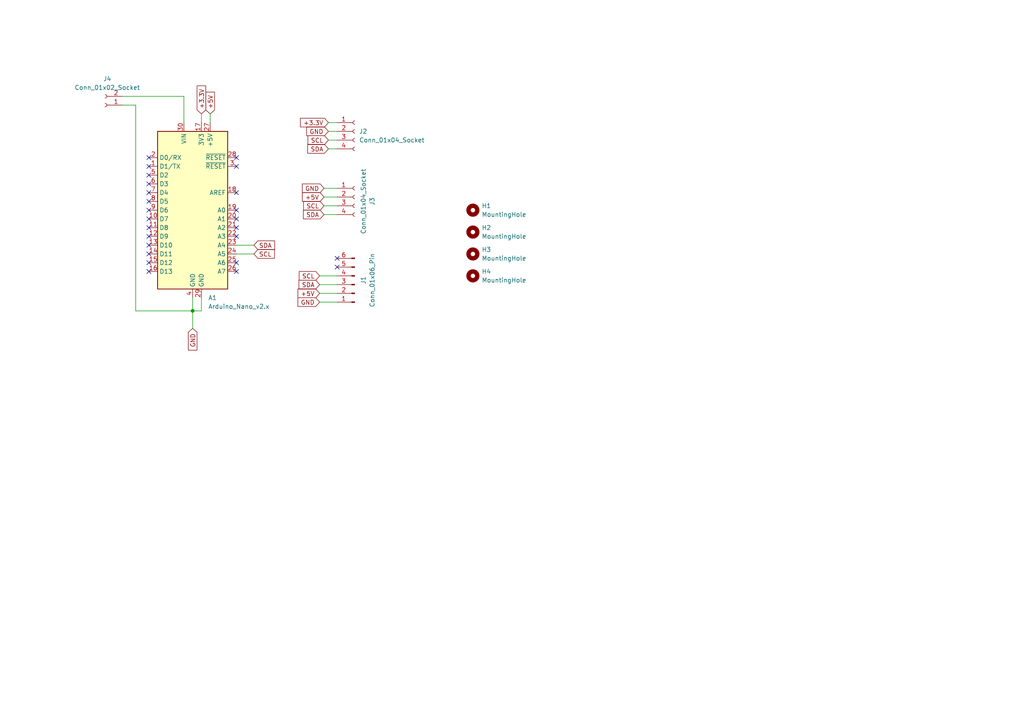
<source format=kicad_sch>
(kicad_sch (version 20230121) (generator eeschema)
  (paper "A4")
  (lib_symbols
    (symbol "Connector:Conn_01x02_Socket" (pin_names (offset 1.016) hide)
      (property "Reference" "J" (at 0 2.54 0))
      (property "Value" "Conn_01x02_Socket" (at 0 -5.08 0))
      (symbol "Conn_01x02_Socket_1_1"
        (arc (start 0 -2.032) (mid -0.5058 -2.54) (end 0 -3.048) (stroke (width 0.1524)))
        (polyline (pts (xy -1.27 -2.54) (xy -0.508 -2.54)) (stroke (width 0.1524)))
        (polyline (pts (xy -1.27 0) (xy -0.508 0)) (stroke (width 0.1524)))
        (arc (start 0 0.508) (mid -0.5058 0) (end 0 -0.508) (stroke (width 0.1524)))
        (pin passive line (at -5.08 0 0) (length 3.81) (name "Pin_1") (number "1"))
        (pin passive line (at -5.08 -2.54 0) (length 3.81) (name "Pin_2") (number "2"))
      )
    )
    (symbol "Connector:Conn_01x04_Socket" (pin_names (offset 1.016) hide)
      (property "Reference" "J" (at 0 5.08 0))
      (property "Value" "Conn_01x04_Socket" (at 0 -7.62 0))
      (symbol "Conn_01x04_Socket_1_1"
        (arc (start 0 -4.572) (mid -0.5058 -5.08) (end 0 -5.588) (stroke (width 0.1524)))
        (arc (start 0 -2.032) (mid -0.5058 -2.54) (end 0 -3.048) (stroke (width 0.1524)))
        (polyline (pts (xy -1.27 -5.08) (xy -0.508 -5.08)) (stroke (width 0.1524)))
        (polyline (pts (xy -1.27 -2.54) (xy -0.508 -2.54)) (stroke (width 0.1524)))
        (polyline (pts (xy -1.27 0) (xy -0.508 0)) (stroke (width 0.1524)))
        (polyline (pts (xy -1.27 2.54) (xy -0.508 2.54)) (stroke (width 0.1524)))
        (arc (start 0 0.508) (mid -0.5058 0) (end 0 -0.508) (stroke (width 0.1524)))
        (arc (start 0 3.048) (mid -0.5058 2.54) (end 0 2.032) (stroke (width 0.1524)))
        (pin passive line (at -5.08 2.54 0) (length 3.81) (name "Pin_1") (number "1"))
        (pin passive line (at -5.08 0 0) (length 3.81) (name "Pin_2") (number "2"))
        (pin passive line (at -5.08 -2.54 0) (length 3.81) (name "Pin_3") (number "3"))
        (pin passive line (at -5.08 -5.08 0) (length 3.81) (name "Pin_4") (number "4"))
      )
    )
    (symbol "Connector:Conn_01x06_Pin" (pin_names (offset 1.016) hide)
      (property "Reference" "J" (at 0 7.62 0))
      (property "Value" "Conn_01x06_Pin" (at 0 -10.16 0))
      (symbol "Conn_01x06_Pin_1_1"
        (polyline (pts (xy 1.27 -7.62) (xy 0.8636 -7.62)) (stroke (width 0.1524)))
        (polyline (pts (xy 1.27 -5.08) (xy 0.8636 -5.08)) (stroke (width 0.1524)))
        (polyline (pts (xy 1.27 -2.54) (xy 0.8636 -2.54)) (stroke (width 0.1524)))
        (polyline (pts (xy 1.27 0) (xy 0.8636 0)) (stroke (width 0.1524)))
        (polyline (pts (xy 1.27 2.54) (xy 0.8636 2.54)) (stroke (width 0.1524)))
        (polyline (pts (xy 1.27 5.08) (xy 0.8636 5.08)) (stroke (width 0.1524)))
        (rectangle (start 0.8636 -7.493) (end 0 -7.747) (stroke (width 0.1524)) (fill (type outline)))
        (rectangle (start 0.8636 -4.953) (end 0 -5.207) (stroke (width 0.1524)) (fill (type outline)))
        (rectangle (start 0.8636 -2.413) (end 0 -2.667) (stroke (width 0.1524)) (fill (type outline)))
        (rectangle (start 0.8636 0.127) (end 0 -0.127) (stroke (width 0.1524)) (fill (type outline)))
        (rectangle (start 0.8636 2.667) (end 0 2.413) (stroke (width 0.1524)) (fill (type outline)))
        (rectangle (start 0.8636 5.207) (end 0 4.953) (stroke (width 0.1524)) (fill (type outline)))
        (pin passive line (at 5.08 5.08 180) (length 3.81) (name "Pin_1") (number "1"))
        (pin passive line (at 5.08 2.54 180) (length 3.81) (name "Pin_2") (number "2"))
        (pin passive line (at 5.08 0 180) (length 3.81) (name "Pin_3") (number "3"))
        (pin passive line (at 5.08 -2.54 180) (length 3.81) (name "Pin_4") (number "4"))
        (pin passive line (at 5.08 -5.08 180) (length 3.81) (name "Pin_5") (number "5"))
        (pin passive line (at 5.08 -7.62 180) (length 3.81) (name "Pin_6") (number "6"))
      )
    )
    (symbol "MCU_Module:Arduino_Nano_v2.x"
      (property "Reference" "A" (at -10.16 23.495 0))
      (property "Value" "Arduino_Nano_v2.x" (at 5.08 -24.13 0))
      (symbol "Arduino_Nano_v2.x_0_1"
        (rectangle (start -10.16 22.86) (end 10.16 -22.86) (stroke (width 0.254)) (fill (type background)))
      )
      (symbol "Arduino_Nano_v2.x_1_1"
        (pin bidirectional line (at -12.7 12.7 0) (length 2.54) (name "D1/TX") (number "1"))
        (pin bidirectional line (at -12.7 -2.54 0) (length 2.54) (name "D7") (number "10"))
        (pin bidirectional line (at -12.7 -5.08 0) (length 2.54) (name "D8") (number "11"))
        (pin bidirectional line (at -12.7 -7.62 0) (length 2.54) (name "D9") (number "12"))
        (pin bidirectional line (at -12.7 -10.16 0) (length 2.54) (name "D10") (number "13"))
        (pin bidirectional line (at -12.7 -12.7 0) (length 2.54) (name "D11") (number "14"))
        (pin bidirectional line (at -12.7 -15.24 0) (length 2.54) (name "D12") (number "15"))
        (pin bidirectional line (at -12.7 -17.78 0) (length 2.54) (name "D13") (number "16"))
        (pin power_out line (at 2.54 25.4 270) (length 2.54) (name "3V3") (number "17"))
        (pin input line (at 12.7 5.08 180) (length 2.54) (name "AREF") (number "18"))
        (pin bidirectional line (at 12.7 0 180) (length 2.54) (name "A0") (number "19"))
        (pin bidirectional line (at -12.7 15.24 0) (length 2.54) (name "D0/RX") (number "2"))
        (pin bidirectional line (at 12.7 -2.54 180) (length 2.54) (name "A1") (number "20"))
        (pin bidirectional line (at 12.7 -5.08 180) (length 2.54) (name "A2") (number "21"))
        (pin bidirectional line (at 12.7 -7.62 180) (length 2.54) (name "A3") (number "22"))
        (pin bidirectional line (at 12.7 -10.16 180) (length 2.54) (name "A4") (number "23"))
        (pin bidirectional line (at 12.7 -12.7 180) (length 2.54) (name "A5") (number "24"))
        (pin bidirectional line (at 12.7 -15.24 180) (length 2.54) (name "A6") (number "25"))
        (pin bidirectional line (at 12.7 -17.78 180) (length 2.54) (name "A7") (number "26"))
        (pin power_out line (at 5.08 25.4 270) (length 2.54) (name "+5V") (number "27"))
        (pin input line (at 12.7 15.24 180) (length 2.54) (name "~{RESET}") (number "28"))
        (pin power_in line (at 2.54 -25.4 90) (length 2.54) (name "GND") (number "29"))
        (pin input line (at 12.7 12.7 180) (length 2.54) (name "~{RESET}") (number "3"))
        (pin power_in line (at -2.54 25.4 270) (length 2.54) (name "VIN") (number "30"))
        (pin power_in line (at 0 -25.4 90) (length 2.54) (name "GND") (number "4"))
        (pin bidirectional line (at -12.7 10.16 0) (length 2.54) (name "D2") (number "5"))
        (pin bidirectional line (at -12.7 7.62 0) (length 2.54) (name "D3") (number "6"))
        (pin bidirectional line (at -12.7 5.08 0) (length 2.54) (name "D4") (number "7"))
        (pin bidirectional line (at -12.7 2.54 0) (length 2.54) (name "D5") (number "8"))
        (pin bidirectional line (at -12.7 0 0) (length 2.54) (name "D6") (number "9"))
      )
    )
    (symbol "Mechanical:MountingHole" (pin_names (offset 1.016))
      (property "Reference" "H" (at 0 5.08 0))
      (property "Value" "MountingHole" (at 0 3.175 0))
      (symbol "MountingHole_0_1"
        (circle (center 0 0) (radius 1.27) (stroke (width 1.27)))
      )
    )
  )
  (junction (at 55.88 90.17))
  (no_connect (at 68.58 78.74))
  (no_connect (at 68.58 48.26))
  (no_connect (at 68.58 63.5))
  (no_connect (at 97.79 77.47))
  (no_connect (at 43.18 73.66))
  (no_connect (at 43.18 58.42))
  (no_connect (at 68.58 68.58))
  (no_connect (at 68.58 60.96))
  (no_connect (at 68.58 76.2))
  (no_connect (at 43.18 45.72))
  (no_connect (at 43.18 55.88))
  (no_connect (at 43.18 63.5))
  (no_connect (at 43.18 66.04))
  (no_connect (at 97.79 74.93))
  (no_connect (at 43.18 71.12))
  (no_connect (at 68.58 55.88))
  (no_connect (at 68.58 66.04))
  (no_connect (at 43.18 50.8))
  (no_connect (at 68.58 45.72))
  (no_connect (at 43.18 53.34))
  (no_connect (at 43.18 60.96))
  (no_connect (at 43.18 78.74))
  (no_connect (at 43.18 76.2))
  (no_connect (at 43.18 68.58))
  (no_connect (at 43.18 48.26))
  (wire (pts (xy 92.71 87.63) (xy 97.79 87.63)))
  (wire (pts (xy 92.71 80.01) (xy 97.79 80.01)))
  (wire (pts (xy 53.34 35.56) (xy 53.34 27.94)))
  (wire (pts (xy 68.58 71.12) (xy 73.66 71.12)))
  (wire (pts (xy 92.71 82.55) (xy 97.79 82.55)))
  (wire (pts (xy 95.25 35.56) (xy 97.79 35.56)))
  (wire (pts (xy 58.42 33.02) (xy 58.42 35.56)))
  (wire (pts (xy 68.58 73.66) (xy 73.66 73.66)))
  (wire (pts (xy 53.34 27.94) (xy 35.56 27.94)))
  (wire (pts (xy 60.96 33.02) (xy 60.96 35.56)))
  (wire (pts (xy 92.71 85.09) (xy 97.79 85.09)))
  (wire (pts (xy 39.37 90.17) (xy 55.88 90.17)))
  (wire (pts (xy 58.42 86.36) (xy 58.42 90.17)))
  (wire (pts (xy 95.25 43.18) (xy 97.79 43.18)))
  (wire (pts (xy 39.37 30.48) (xy 35.56 30.48)))
  (wire (pts (xy 97.79 62.23) (xy 93.98 62.23)))
  (wire (pts (xy 95.25 38.1) (xy 97.79 38.1)))
  (wire (pts (xy 55.88 90.17) (xy 55.88 95.25)))
  (wire (pts (xy 97.79 59.69) (xy 93.98 59.69)))
  (wire (pts (xy 95.25 40.64) (xy 97.79 40.64)))
  (wire (pts (xy 58.42 90.17) (xy 55.88 90.17)))
  (wire (pts (xy 55.88 86.36) (xy 55.88 90.17)))
  (wire (pts (xy 97.79 57.15) (xy 93.98 57.15)))
  (wire (pts (xy 39.37 30.48) (xy 39.37 90.17)))
  (wire (pts (xy 97.79 54.61) (xy 93.98 54.61)))
  (global_label "GND" (shape input) (at 95.25 38.1 180) (property "Intersheetrefs" "${INTERSHEET_REFS}" (effects hide)))
  (global_label "+3.3V" (shape input) (at 95.25 35.56 180) (property "Intersheetrefs" "${INTERSHEET_REFS}" (effects hide)))
  (global_label "GND" (shape input) (at 92.71 87.63 180) (property "Intersheetrefs" "${INTERSHEET_REFS}" (effects hide)))
  (global_label "+5V" (shape input) (at 93.98 57.15 180) (property "Intersheetrefs" "${INTERSHEET_REFS}" (effects hide)))
  (global_label "SCL" (shape input) (at 73.66 73.66 0) (property "Intersheetrefs" "${INTERSHEET_REFS}" (effects hide)))
  (global_label "SCL" (shape input) (at 95.25 40.64 180) (property "Intersheetrefs" "${INTERSHEET_REFS}" (effects hide)))
  (global_label "SDA" (shape input) (at 93.98 62.23 180) (property "Intersheetrefs" "${INTERSHEET_REFS}" (effects hide)))
  (global_label "GND" (shape input) (at 55.88 95.25 270) (property "Intersheetrefs" "${INTERSHEET_REFS}" (effects hide)))
  (global_label "+5V" (shape input) (at 92.71 85.09 180) (property "Intersheetrefs" "${INTERSHEET_REFS}" (effects hide)))
  (global_label "+5V" (shape input) (at 60.96 33.02 90) (property "Intersheetrefs" "${INTERSHEET_REFS}" (effects hide)))
  (global_label "GND" (shape input) (at 93.98 54.61 180) (property "Intersheetrefs" "${INTERSHEET_REFS}" (effects hide)))
  (global_label "+3.3V" (shape input) (at 58.42 33.02 90) (property "Intersheetrefs" "${INTERSHEET_REFS}" (effects hide)))
  (global_label "SDA" (shape input) (at 95.25 43.18 180) (property "Intersheetrefs" "${INTERSHEET_REFS}" (effects hide)))
  (global_label "SDA" (shape input) (at 73.66 71.12 0) (property "Intersheetrefs" "${INTERSHEET_REFS}" (effects hide)))
  (global_label "SDA" (shape input) (at 92.71 82.55 180) (property "Intersheetrefs" "${INTERSHEET_REFS}" (effects hide)))
  (global_label "SCL" (shape input) (at 93.98 59.69 180) (property "Intersheetrefs" "${INTERSHEET_REFS}" (effects hide)))
  (global_label "SCL" (shape input) (at 92.71 80.01 180) (property "Intersheetrefs" "${INTERSHEET_REFS}" (effects hide)))
  (symbol (lib_id "Connector:Conn_01x02_Socket") (at 30.48 30.48 180) (unit 1)
    (property "Reference" "J4" (at 31.115 22.86 0))
    (property "Value" "Conn_01x02_Socket" (at 31.115 25.4 0))
    (property "Footprint" "Connector_PinHeader_2.54mm:PinHeader_1x02_P2.54mm_Vertical" (effects hide))
  )
  (symbol (lib_id "Connector:Conn_01x04_Socket") (at 102.87 57.15 0) (unit 1)
    (property "Reference" "J3" (at 107.95 58.42 90))
    (property "Value" "Conn_01x04_Socket" (at 105.41 58.42 90))
    (property "Footprint" "Connector_PinHeader_2.54mm:PinHeader_1x04_P2.54mm_Vertical" (effects hide))
  )
  (symbol (lib_id "MCU_Module:Arduino_Nano_v2.x") (at 55.88 60.96 0) (unit 1)
    (property "Reference" "A1" (at 60.3759 86.36 0) (effects (justify left)))
    (property "Value" "Arduino_Nano_v2.x" (at 60.3759 88.9 0) (effects (justify left)))
    (property "Footprint" "Module:Arduino_Nano" (effects hide))
    (property "Datasheet" "https://www.arduino.cc/en/uploads/Main/ArduinoNanoManual23.pdf" (effects hide))
  )
  (symbol (lib_id "Connector:Conn_01x04_Socket") (at 102.87 38.1 0) (unit 1)
    (property "Reference" "J2" (at 104.14 38.1 0) (effects (justify left)))
    (property "Value" "Conn_01x04_Socket" (at 104.14 40.64 0) (effects (justify left)))
    (property "Footprint" "Connector_PinHeader_2.54mm:PinHeader_1x04_P2.54mm_Vertical" (effects hide))
  )
  (symbol (lib_id "Mechanical:MountingHole") (at 137.16 67.31 0) (unit 1)
    (property "Reference" "H2" (at 139.7 66.04 0) (effects (justify left)))
    (property "Value" "MountingHole" (at 139.7 68.58 0) (effects (justify left)))
    (property "Footprint" "MountingHole:MountingHole_2.5mm" (effects hide))
  )
  (symbol (lib_id "Mechanical:MountingHole") (at 137.16 80.01 0) (unit 1)
    (property "Reference" "H4" (at 139.7 78.74 0) (effects (justify left)))
    (property "Value" "MountingHole" (at 139.7 81.28 0) (effects (justify left)))
    (property "Footprint" "MountingHole:MountingHole_2.5mm" (effects hide))
  )
  (symbol (lib_id "Mechanical:MountingHole") (at 137.16 60.96 0) (unit 1)
    (property "Reference" "H1" (at 139.7 59.69 0) (effects (justify left)))
    (property "Value" "MountingHole" (at 139.7 62.23 0) (effects (justify left)))
    (property "Footprint" "MountingHole:MountingHole_2.5mm" (effects hide))
  )
  (symbol (lib_id "Connector:Conn_01x06_Pin") (at 102.87 82.55 180) (unit 1)
    (property "Reference" "J1" (at 105.41 81.28 90))
    (property "Value" "Conn_01x06_Pin" (at 107.95 81.28 90))
    (property "Footprint" "Connector_PinHeader_2.54mm:PinHeader_1x06_P2.54mm_Vertical" (effects hide))
  )
  (symbol (lib_id "Mechanical:MountingHole") (at 137.16 73.66 0) (unit 1)
    (property "Reference" "H3" (at 139.7 72.39 0) (effects (justify left)))
    (property "Value" "MountingHole" (at 139.7 74.93 0) (effects (justify left)))
    (property "Footprint" "MountingHole:MountingHole_2.5mm" (effects hide))
  )
)
</source>
